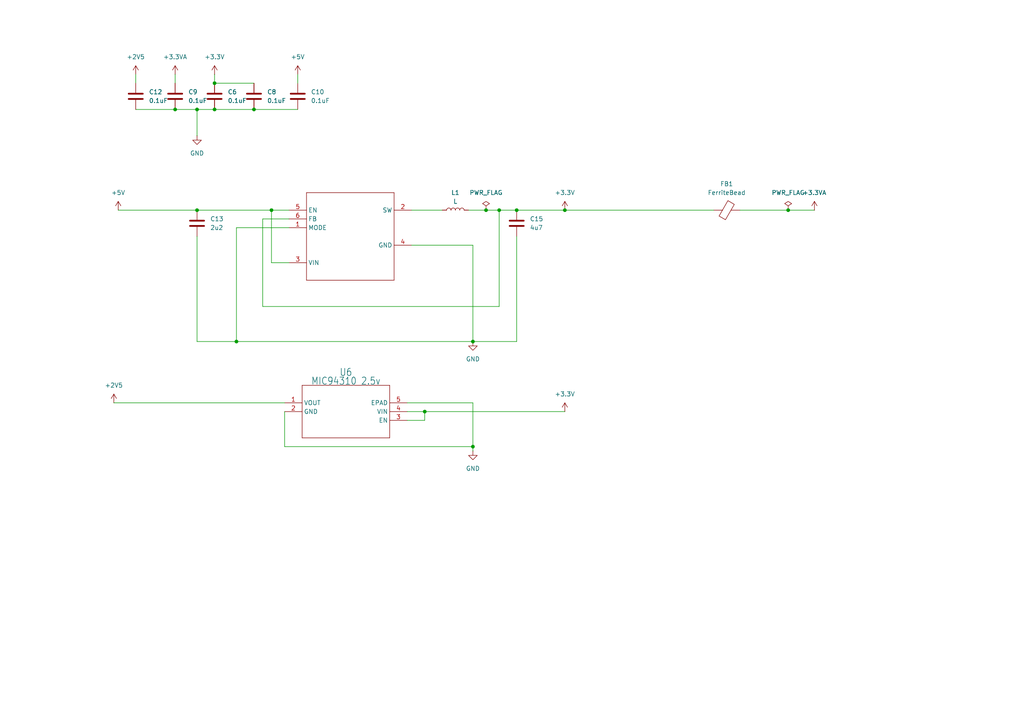
<source format=kicad_sch>
(kicad_sch
	(version 20250114)
	(generator "eeschema")
	(generator_version "9.0")
	(uuid "019be46e-a76b-4c7a-91f6-ecde0b6b9432")
	(paper "A4")
	(lib_symbols
		(symbol "Device:C"
			(pin_numbers
				(hide yes)
			)
			(pin_names
				(offset 0.254)
			)
			(exclude_from_sim no)
			(in_bom yes)
			(on_board yes)
			(property "Reference" "C"
				(at 0.635 2.54 0)
				(effects
					(font
						(size 1.27 1.27)
					)
					(justify left)
				)
			)
			(property "Value" "C"
				(at 0.635 -2.54 0)
				(effects
					(font
						(size 1.27 1.27)
					)
					(justify left)
				)
			)
			(property "Footprint" ""
				(at 0.9652 -3.81 0)
				(effects
					(font
						(size 1.27 1.27)
					)
					(hide yes)
				)
			)
			(property "Datasheet" "~"
				(at 0 0 0)
				(effects
					(font
						(size 1.27 1.27)
					)
					(hide yes)
				)
			)
			(property "Description" "Unpolarized capacitor"
				(at 0 0 0)
				(effects
					(font
						(size 1.27 1.27)
					)
					(hide yes)
				)
			)
			(property "ki_keywords" "cap capacitor"
				(at 0 0 0)
				(effects
					(font
						(size 1.27 1.27)
					)
					(hide yes)
				)
			)
			(property "ki_fp_filters" "C_*"
				(at 0 0 0)
				(effects
					(font
						(size 1.27 1.27)
					)
					(hide yes)
				)
			)
			(symbol "C_0_1"
				(polyline
					(pts
						(xy -2.032 0.762) (xy 2.032 0.762)
					)
					(stroke
						(width 0.508)
						(type default)
					)
					(fill
						(type none)
					)
				)
				(polyline
					(pts
						(xy -2.032 -0.762) (xy 2.032 -0.762)
					)
					(stroke
						(width 0.508)
						(type default)
					)
					(fill
						(type none)
					)
				)
			)
			(symbol "C_1_1"
				(pin passive line
					(at 0 3.81 270)
					(length 2.794)
					(name "~"
						(effects
							(font
								(size 1.27 1.27)
							)
						)
					)
					(number "1"
						(effects
							(font
								(size 1.27 1.27)
							)
						)
					)
				)
				(pin passive line
					(at 0 -3.81 90)
					(length 2.794)
					(name "~"
						(effects
							(font
								(size 1.27 1.27)
							)
						)
					)
					(number "2"
						(effects
							(font
								(size 1.27 1.27)
							)
						)
					)
				)
			)
			(embedded_fonts no)
		)
		(symbol "Device:FerriteBead"
			(pin_numbers
				(hide yes)
			)
			(pin_names
				(offset 0)
			)
			(exclude_from_sim no)
			(in_bom yes)
			(on_board yes)
			(property "Reference" "FB"
				(at -3.81 0.635 90)
				(effects
					(font
						(size 1.27 1.27)
					)
				)
			)
			(property "Value" "FerriteBead"
				(at 3.81 0 90)
				(effects
					(font
						(size 1.27 1.27)
					)
				)
			)
			(property "Footprint" ""
				(at -1.778 0 90)
				(effects
					(font
						(size 1.27 1.27)
					)
					(hide yes)
				)
			)
			(property "Datasheet" "~"
				(at 0 0 0)
				(effects
					(font
						(size 1.27 1.27)
					)
					(hide yes)
				)
			)
			(property "Description" "Ferrite bead"
				(at 0 0 0)
				(effects
					(font
						(size 1.27 1.27)
					)
					(hide yes)
				)
			)
			(property "ki_keywords" "L ferrite bead inductor filter"
				(at 0 0 0)
				(effects
					(font
						(size 1.27 1.27)
					)
					(hide yes)
				)
			)
			(property "ki_fp_filters" "Inductor_* L_* *Ferrite*"
				(at 0 0 0)
				(effects
					(font
						(size 1.27 1.27)
					)
					(hide yes)
				)
			)
			(symbol "FerriteBead_0_1"
				(polyline
					(pts
						(xy -2.7686 0.4064) (xy -1.7018 2.2606) (xy 2.7686 -0.3048) (xy 1.6764 -2.159) (xy -2.7686 0.4064)
					)
					(stroke
						(width 0)
						(type default)
					)
					(fill
						(type none)
					)
				)
				(polyline
					(pts
						(xy 0 1.27) (xy 0 1.2954)
					)
					(stroke
						(width 0)
						(type default)
					)
					(fill
						(type none)
					)
				)
				(polyline
					(pts
						(xy 0 -1.27) (xy 0 -1.2192)
					)
					(stroke
						(width 0)
						(type default)
					)
					(fill
						(type none)
					)
				)
			)
			(symbol "FerriteBead_1_1"
				(pin passive line
					(at 0 3.81 270)
					(length 2.54)
					(name "~"
						(effects
							(font
								(size 1.27 1.27)
							)
						)
					)
					(number "1"
						(effects
							(font
								(size 1.27 1.27)
							)
						)
					)
				)
				(pin passive line
					(at 0 -3.81 90)
					(length 2.54)
					(name "~"
						(effects
							(font
								(size 1.27 1.27)
							)
						)
					)
					(number "2"
						(effects
							(font
								(size 1.27 1.27)
							)
						)
					)
				)
			)
			(embedded_fonts no)
		)
		(symbol "Device:L"
			(pin_numbers
				(hide yes)
			)
			(pin_names
				(offset 1.016)
				(hide yes)
			)
			(exclude_from_sim no)
			(in_bom yes)
			(on_board yes)
			(property "Reference" "L"
				(at -1.27 0 90)
				(effects
					(font
						(size 1.27 1.27)
					)
				)
			)
			(property "Value" "L"
				(at 1.905 0 90)
				(effects
					(font
						(size 1.27 1.27)
					)
				)
			)
			(property "Footprint" ""
				(at 0 0 0)
				(effects
					(font
						(size 1.27 1.27)
					)
					(hide yes)
				)
			)
			(property "Datasheet" "~"
				(at 0 0 0)
				(effects
					(font
						(size 1.27 1.27)
					)
					(hide yes)
				)
			)
			(property "Description" "Inductor"
				(at 0 0 0)
				(effects
					(font
						(size 1.27 1.27)
					)
					(hide yes)
				)
			)
			(property "ki_keywords" "inductor choke coil reactor magnetic"
				(at 0 0 0)
				(effects
					(font
						(size 1.27 1.27)
					)
					(hide yes)
				)
			)
			(property "ki_fp_filters" "Choke_* *Coil* Inductor_* L_*"
				(at 0 0 0)
				(effects
					(font
						(size 1.27 1.27)
					)
					(hide yes)
				)
			)
			(symbol "L_0_1"
				(arc
					(start 0 2.54)
					(mid 0.6323 1.905)
					(end 0 1.27)
					(stroke
						(width 0)
						(type default)
					)
					(fill
						(type none)
					)
				)
				(arc
					(start 0 1.27)
					(mid 0.6323 0.635)
					(end 0 0)
					(stroke
						(width 0)
						(type default)
					)
					(fill
						(type none)
					)
				)
				(arc
					(start 0 0)
					(mid 0.6323 -0.635)
					(end 0 -1.27)
					(stroke
						(width 0)
						(type default)
					)
					(fill
						(type none)
					)
				)
				(arc
					(start 0 -1.27)
					(mid 0.6323 -1.905)
					(end 0 -2.54)
					(stroke
						(width 0)
						(type default)
					)
					(fill
						(type none)
					)
				)
			)
			(symbol "L_1_1"
				(pin passive line
					(at 0 3.81 270)
					(length 1.27)
					(name "1"
						(effects
							(font
								(size 1.27 1.27)
							)
						)
					)
					(number "1"
						(effects
							(font
								(size 1.27 1.27)
							)
						)
					)
				)
				(pin passive line
					(at 0 -3.81 90)
					(length 1.27)
					(name "2"
						(effects
							(font
								(size 1.27 1.27)
							)
						)
					)
					(number "2"
						(effects
							(font
								(size 1.27 1.27)
							)
						)
					)
				)
			)
			(embedded_fonts no)
		)
		(symbol "max10u169:MIC94310-JYMT-TR"
			(exclude_from_sim no)
			(in_bom yes)
			(on_board yes)
			(property "Reference" "U"
				(at 15.5956 9.1186 0)
				(effects
					(font
						(size 2.0828 1.7703)
					)
					(justify left bottom)
				)
			)
			(property "Value" ""
				(at 14.9606 6.5786 0)
				(effects
					(font
						(size 2.0828 1.7703)
					)
					(justify left bottom)
				)
			)
			(property "Footprint" "max10:TDFN4_1P2X1P6_MCH"
				(at 0 0 0)
				(effects
					(font
						(size 1.27 1.27)
					)
					(hide yes)
				)
			)
			(property "Datasheet" ""
				(at 0 0 0)
				(effects
					(font
						(size 1.27 1.27)
					)
					(hide yes)
				)
			)
			(property "Description" ""
				(at 0 0 0)
				(effects
					(font
						(size 1.27 1.27)
					)
					(hide yes)
				)
			)
			(property "ki_locked" ""
				(at 0 0 0)
				(effects
					(font
						(size 1.27 1.27)
					)
				)
			)
			(symbol "MIC94310-JYMT-TR_1_0"
				(polyline
					(pts
						(xy 7.62 5.08) (xy 7.62 -10.16)
					)
					(stroke
						(width 0.1524)
						(type solid)
					)
					(fill
						(type none)
					)
				)
				(polyline
					(pts
						(xy 7.62 -10.16) (xy 33.02 -10.16)
					)
					(stroke
						(width 0.1524)
						(type solid)
					)
					(fill
						(type none)
					)
				)
				(polyline
					(pts
						(xy 33.02 5.08) (xy 7.62 5.08)
					)
					(stroke
						(width 0.1524)
						(type solid)
					)
					(fill
						(type none)
					)
				)
				(polyline
					(pts
						(xy 33.02 -10.16) (xy 33.02 5.08)
					)
					(stroke
						(width 0.1524)
						(type solid)
					)
					(fill
						(type none)
					)
				)
				(pin output line
					(at 2.54 0 0)
					(length 5.08)
					(name "VOUT"
						(effects
							(font
								(size 1.27 1.27)
							)
						)
					)
					(number "1"
						(effects
							(font
								(size 1.27 1.27)
							)
						)
					)
				)
				(pin power_in line
					(at 2.54 -2.54 0)
					(length 5.08)
					(name "GND"
						(effects
							(font
								(size 1.27 1.27)
							)
						)
					)
					(number "2"
						(effects
							(font
								(size 1.27 1.27)
							)
						)
					)
				)
				(pin passive line
					(at 38.1 0 180)
					(length 5.08)
					(name "EPAD"
						(effects
							(font
								(size 1.27 1.27)
							)
						)
					)
					(number "5"
						(effects
							(font
								(size 1.27 1.27)
							)
						)
					)
				)
				(pin input line
					(at 38.1 -2.54 180)
					(length 5.08)
					(name "VIN"
						(effects
							(font
								(size 1.27 1.27)
							)
						)
					)
					(number "4"
						(effects
							(font
								(size 1.27 1.27)
							)
						)
					)
				)
				(pin input line
					(at 38.1 -5.08 180)
					(length 5.08)
					(name "EN"
						(effects
							(font
								(size 1.27 1.27)
							)
						)
					)
					(number "3"
						(effects
							(font
								(size 1.27 1.27)
							)
						)
					)
				)
			)
			(embedded_fonts no)
		)
		(symbol "max10u169:TPS62237DRYR"
			(exclude_from_sim no)
			(in_bom yes)
			(on_board yes)
			(property "Reference" "U"
				(at 15.5956 9.1186 0)
				(effects
					(font
						(size 2.0828 1.7703)
					)
					(justify left bottom)
					(hide yes)
				)
			)
			(property "Value" ""
				(at 14.9606 6.5786 0)
				(effects
					(font
						(size 2.0828 1.7703)
					)
					(justify left bottom)
					(hide yes)
				)
			)
			(property "Footprint" "max10:DRY6"
				(at 0 0 0)
				(effects
					(font
						(size 1.27 1.27)
					)
					(hide yes)
				)
			)
			(property "Datasheet" ""
				(at 0 0 0)
				(effects
					(font
						(size 1.27 1.27)
					)
					(hide yes)
				)
			)
			(property "Description" ""
				(at 0 0 0)
				(effects
					(font
						(size 1.27 1.27)
					)
					(hide yes)
				)
			)
			(property "ki_locked" ""
				(at 0 0 0)
				(effects
					(font
						(size 1.27 1.27)
					)
				)
			)
			(symbol "TPS62237DRYR_1_0"
				(polyline
					(pts
						(xy 7.62 5.08) (xy 7.62 -20.32)
					)
					(stroke
						(width 0.1524)
						(type solid)
					)
					(fill
						(type none)
					)
				)
				(polyline
					(pts
						(xy 7.62 -20.32) (xy 33.02 -20.32)
					)
					(stroke
						(width 0.1524)
						(type solid)
					)
					(fill
						(type none)
					)
				)
				(polyline
					(pts
						(xy 33.02 5.08) (xy 7.62 5.08)
					)
					(stroke
						(width 0.1524)
						(type solid)
					)
					(fill
						(type none)
					)
				)
				(polyline
					(pts
						(xy 33.02 -20.32) (xy 33.02 5.08)
					)
					(stroke
						(width 0.1524)
						(type solid)
					)
					(fill
						(type none)
					)
				)
				(pin input line
					(at 2.54 0 0)
					(length 5.08)
					(name "EN"
						(effects
							(font
								(size 1.27 1.27)
							)
						)
					)
					(number "5"
						(effects
							(font
								(size 1.27 1.27)
							)
						)
					)
				)
				(pin input line
					(at 2.54 -2.54 0)
					(length 5.08)
					(name "FB"
						(effects
							(font
								(size 1.27 1.27)
							)
						)
					)
					(number "6"
						(effects
							(font
								(size 1.27 1.27)
							)
						)
					)
				)
				(pin input line
					(at 2.54 -5.08 0)
					(length 5.08)
					(name "MODE"
						(effects
							(font
								(size 1.27 1.27)
							)
						)
					)
					(number "1"
						(effects
							(font
								(size 1.27 1.27)
							)
						)
					)
				)
				(pin power_in line
					(at 2.54 -15.24 0)
					(length 5.08)
					(name "VIN"
						(effects
							(font
								(size 1.27 1.27)
							)
						)
					)
					(number "3"
						(effects
							(font
								(size 1.27 1.27)
							)
						)
					)
				)
				(pin output line
					(at 38.1 0 180)
					(length 5.08)
					(name "SW"
						(effects
							(font
								(size 1.27 1.27)
							)
						)
					)
					(number "2"
						(effects
							(font
								(size 1.27 1.27)
							)
						)
					)
				)
				(pin power_in line
					(at 38.1 -10.16 180)
					(length 5.08)
					(name "GND"
						(effects
							(font
								(size 1.27 1.27)
							)
						)
					)
					(number "4"
						(effects
							(font
								(size 1.27 1.27)
							)
						)
					)
				)
			)
			(embedded_fonts no)
		)
		(symbol "power:+2V5"
			(power)
			(pin_numbers
				(hide yes)
			)
			(pin_names
				(offset 0)
				(hide yes)
			)
			(exclude_from_sim no)
			(in_bom yes)
			(on_board yes)
			(property "Reference" "#PWR"
				(at 0 -3.81 0)
				(effects
					(font
						(size 1.27 1.27)
					)
					(hide yes)
				)
			)
			(property "Value" "+2V5"
				(at 0 3.556 0)
				(effects
					(font
						(size 1.27 1.27)
					)
				)
			)
			(property "Footprint" ""
				(at 0 0 0)
				(effects
					(font
						(size 1.27 1.27)
					)
					(hide yes)
				)
			)
			(property "Datasheet" ""
				(at 0 0 0)
				(effects
					(font
						(size 1.27 1.27)
					)
					(hide yes)
				)
			)
			(property "Description" "Power symbol creates a global label with name \"+2V5\""
				(at 0 0 0)
				(effects
					(font
						(size 1.27 1.27)
					)
					(hide yes)
				)
			)
			(property "ki_keywords" "global power"
				(at 0 0 0)
				(effects
					(font
						(size 1.27 1.27)
					)
					(hide yes)
				)
			)
			(symbol "+2V5_0_1"
				(polyline
					(pts
						(xy -0.762 1.27) (xy 0 2.54)
					)
					(stroke
						(width 0)
						(type default)
					)
					(fill
						(type none)
					)
				)
				(polyline
					(pts
						(xy 0 2.54) (xy 0.762 1.27)
					)
					(stroke
						(width 0)
						(type default)
					)
					(fill
						(type none)
					)
				)
				(polyline
					(pts
						(xy 0 0) (xy 0 2.54)
					)
					(stroke
						(width 0)
						(type default)
					)
					(fill
						(type none)
					)
				)
			)
			(symbol "+2V5_1_1"
				(pin power_in line
					(at 0 0 90)
					(length 0)
					(name "~"
						(effects
							(font
								(size 1.27 1.27)
							)
						)
					)
					(number "1"
						(effects
							(font
								(size 1.27 1.27)
							)
						)
					)
				)
			)
			(embedded_fonts no)
		)
		(symbol "power:+3.3V"
			(power)
			(pin_numbers
				(hide yes)
			)
			(pin_names
				(offset 0)
				(hide yes)
			)
			(exclude_from_sim no)
			(in_bom yes)
			(on_board yes)
			(property "Reference" "#PWR"
				(at 0 -3.81 0)
				(effects
					(font
						(size 1.27 1.27)
					)
					(hide yes)
				)
			)
			(property "Value" "+3.3V"
				(at 0 3.556 0)
				(effects
					(font
						(size 1.27 1.27)
					)
				)
			)
			(property "Footprint" ""
				(at 0 0 0)
				(effects
					(font
						(size 1.27 1.27)
					)
					(hide yes)
				)
			)
			(property "Datasheet" ""
				(at 0 0 0)
				(effects
					(font
						(size 1.27 1.27)
					)
					(hide yes)
				)
			)
			(property "Description" "Power symbol creates a global label with name \"+3.3V\""
				(at 0 0 0)
				(effects
					(font
						(size 1.27 1.27)
					)
					(hide yes)
				)
			)
			(property "ki_keywords" "global power"
				(at 0 0 0)
				(effects
					(font
						(size 1.27 1.27)
					)
					(hide yes)
				)
			)
			(symbol "+3.3V_0_1"
				(polyline
					(pts
						(xy -0.762 1.27) (xy 0 2.54)
					)
					(stroke
						(width 0)
						(type default)
					)
					(fill
						(type none)
					)
				)
				(polyline
					(pts
						(xy 0 2.54) (xy 0.762 1.27)
					)
					(stroke
						(width 0)
						(type default)
					)
					(fill
						(type none)
					)
				)
				(polyline
					(pts
						(xy 0 0) (xy 0 2.54)
					)
					(stroke
						(width 0)
						(type default)
					)
					(fill
						(type none)
					)
				)
			)
			(symbol "+3.3V_1_1"
				(pin power_in line
					(at 0 0 90)
					(length 0)
					(name "~"
						(effects
							(font
								(size 1.27 1.27)
							)
						)
					)
					(number "1"
						(effects
							(font
								(size 1.27 1.27)
							)
						)
					)
				)
			)
			(embedded_fonts no)
		)
		(symbol "power:+3.3VA"
			(power)
			(pin_numbers
				(hide yes)
			)
			(pin_names
				(offset 0)
				(hide yes)
			)
			(exclude_from_sim no)
			(in_bom yes)
			(on_board yes)
			(property "Reference" "#PWR"
				(at 0 -3.81 0)
				(effects
					(font
						(size 1.27 1.27)
					)
					(hide yes)
				)
			)
			(property "Value" "+3.3VA"
				(at 0 3.556 0)
				(effects
					(font
						(size 1.27 1.27)
					)
				)
			)
			(property "Footprint" ""
				(at 0 0 0)
				(effects
					(font
						(size 1.27 1.27)
					)
					(hide yes)
				)
			)
			(property "Datasheet" ""
				(at 0 0 0)
				(effects
					(font
						(size 1.27 1.27)
					)
					(hide yes)
				)
			)
			(property "Description" "Power symbol creates a global label with name \"+3.3VA\""
				(at 0 0 0)
				(effects
					(font
						(size 1.27 1.27)
					)
					(hide yes)
				)
			)
			(property "ki_keywords" "global power"
				(at 0 0 0)
				(effects
					(font
						(size 1.27 1.27)
					)
					(hide yes)
				)
			)
			(symbol "+3.3VA_0_1"
				(polyline
					(pts
						(xy -0.762 1.27) (xy 0 2.54)
					)
					(stroke
						(width 0)
						(type default)
					)
					(fill
						(type none)
					)
				)
				(polyline
					(pts
						(xy 0 2.54) (xy 0.762 1.27)
					)
					(stroke
						(width 0)
						(type default)
					)
					(fill
						(type none)
					)
				)
				(polyline
					(pts
						(xy 0 0) (xy 0 2.54)
					)
					(stroke
						(width 0)
						(type default)
					)
					(fill
						(type none)
					)
				)
			)
			(symbol "+3.3VA_1_1"
				(pin power_in line
					(at 0 0 90)
					(length 0)
					(name "~"
						(effects
							(font
								(size 1.27 1.27)
							)
						)
					)
					(number "1"
						(effects
							(font
								(size 1.27 1.27)
							)
						)
					)
				)
			)
			(embedded_fonts no)
		)
		(symbol "power:+5V"
			(power)
			(pin_numbers
				(hide yes)
			)
			(pin_names
				(offset 0)
				(hide yes)
			)
			(exclude_from_sim no)
			(in_bom yes)
			(on_board yes)
			(property "Reference" "#PWR"
				(at 0 -3.81 0)
				(effects
					(font
						(size 1.27 1.27)
					)
					(hide yes)
				)
			)
			(property "Value" "+5V"
				(at 0 3.556 0)
				(effects
					(font
						(size 1.27 1.27)
					)
				)
			)
			(property "Footprint" ""
				(at 0 0 0)
				(effects
					(font
						(size 1.27 1.27)
					)
					(hide yes)
				)
			)
			(property "Datasheet" ""
				(at 0 0 0)
				(effects
					(font
						(size 1.27 1.27)
					)
					(hide yes)
				)
			)
			(property "Description" "Power symbol creates a global label with name \"+5V\""
				(at 0 0 0)
				(effects
					(font
						(size 1.27 1.27)
					)
					(hide yes)
				)
			)
			(property "ki_keywords" "global power"
				(at 0 0 0)
				(effects
					(font
						(size 1.27 1.27)
					)
					(hide yes)
				)
			)
			(symbol "+5V_0_1"
				(polyline
					(pts
						(xy -0.762 1.27) (xy 0 2.54)
					)
					(stroke
						(width 0)
						(type default)
					)
					(fill
						(type none)
					)
				)
				(polyline
					(pts
						(xy 0 2.54) (xy 0.762 1.27)
					)
					(stroke
						(width 0)
						(type default)
					)
					(fill
						(type none)
					)
				)
				(polyline
					(pts
						(xy 0 0) (xy 0 2.54)
					)
					(stroke
						(width 0)
						(type default)
					)
					(fill
						(type none)
					)
				)
			)
			(symbol "+5V_1_1"
				(pin power_in line
					(at 0 0 90)
					(length 0)
					(name "~"
						(effects
							(font
								(size 1.27 1.27)
							)
						)
					)
					(number "1"
						(effects
							(font
								(size 1.27 1.27)
							)
						)
					)
				)
			)
			(embedded_fonts no)
		)
		(symbol "power:GND"
			(power)
			(pin_numbers
				(hide yes)
			)
			(pin_names
				(offset 0)
				(hide yes)
			)
			(exclude_from_sim no)
			(in_bom yes)
			(on_board yes)
			(property "Reference" "#PWR"
				(at 0 -6.35 0)
				(effects
					(font
						(size 1.27 1.27)
					)
					(hide yes)
				)
			)
			(property "Value" "GND"
				(at 0 -3.81 0)
				(effects
					(font
						(size 1.27 1.27)
					)
				)
			)
			(property "Footprint" ""
				(at 0 0 0)
				(effects
					(font
						(size 1.27 1.27)
					)
					(hide yes)
				)
			)
			(property "Datasheet" ""
				(at 0 0 0)
				(effects
					(font
						(size 1.27 1.27)
					)
					(hide yes)
				)
			)
			(property "Description" "Power symbol creates a global label with name \"GND\" , ground"
				(at 0 0 0)
				(effects
					(font
						(size 1.27 1.27)
					)
					(hide yes)
				)
			)
			(property "ki_keywords" "global power"
				(at 0 0 0)
				(effects
					(font
						(size 1.27 1.27)
					)
					(hide yes)
				)
			)
			(symbol "GND_0_1"
				(polyline
					(pts
						(xy 0 0) (xy 0 -1.27) (xy 1.27 -1.27) (xy 0 -2.54) (xy -1.27 -1.27) (xy 0 -1.27)
					)
					(stroke
						(width 0)
						(type default)
					)
					(fill
						(type none)
					)
				)
			)
			(symbol "GND_1_1"
				(pin power_in line
					(at 0 0 270)
					(length 0)
					(name "~"
						(effects
							(font
								(size 1.27 1.27)
							)
						)
					)
					(number "1"
						(effects
							(font
								(size 1.27 1.27)
							)
						)
					)
				)
			)
			(embedded_fonts no)
		)
		(symbol "power:PWR_FLAG"
			(power)
			(pin_numbers
				(hide yes)
			)
			(pin_names
				(offset 0)
				(hide yes)
			)
			(exclude_from_sim no)
			(in_bom yes)
			(on_board yes)
			(property "Reference" "#FLG"
				(at 0 1.905 0)
				(effects
					(font
						(size 1.27 1.27)
					)
					(hide yes)
				)
			)
			(property "Value" "PWR_FLAG"
				(at 0 3.81 0)
				(effects
					(font
						(size 1.27 1.27)
					)
				)
			)
			(property "Footprint" ""
				(at 0 0 0)
				(effects
					(font
						(size 1.27 1.27)
					)
					(hide yes)
				)
			)
			(property "Datasheet" "~"
				(at 0 0 0)
				(effects
					(font
						(size 1.27 1.27)
					)
					(hide yes)
				)
			)
			(property "Description" "Special symbol for telling ERC where power comes from"
				(at 0 0 0)
				(effects
					(font
						(size 1.27 1.27)
					)
					(hide yes)
				)
			)
			(property "ki_keywords" "flag power"
				(at 0 0 0)
				(effects
					(font
						(size 1.27 1.27)
					)
					(hide yes)
				)
			)
			(symbol "PWR_FLAG_0_0"
				(pin power_out line
					(at 0 0 90)
					(length 0)
					(name "~"
						(effects
							(font
								(size 1.27 1.27)
							)
						)
					)
					(number "1"
						(effects
							(font
								(size 1.27 1.27)
							)
						)
					)
				)
			)
			(symbol "PWR_FLAG_0_1"
				(polyline
					(pts
						(xy 0 0) (xy 0 1.27) (xy -1.016 1.905) (xy 0 2.54) (xy 1.016 1.905) (xy 0 1.27)
					)
					(stroke
						(width 0)
						(type default)
					)
					(fill
						(type none)
					)
				)
			)
			(embedded_fonts no)
		)
	)
	(junction
		(at 57.15 60.96)
		(diameter 0)
		(color 0 0 0 0)
		(uuid "2a7ddd04-0a84-4708-bd23-0cf36583273a")
	)
	(junction
		(at 163.83 60.96)
		(diameter 0)
		(color 0 0 0 0)
		(uuid "3640a7e1-fe78-4f1e-b50c-0c3cb85e285a")
	)
	(junction
		(at 68.58 99.06)
		(diameter 0)
		(color 0 0 0 0)
		(uuid "3d14c0eb-b5ee-4116-ae23-ec4891a7de17")
	)
	(junction
		(at 50.8 31.75)
		(diameter 0)
		(color 0 0 0 0)
		(uuid "4225582a-4bb5-49c6-90bc-748fdad08466")
	)
	(junction
		(at 123.19 119.38)
		(diameter 0)
		(color 0 0 0 0)
		(uuid "50e30cc6-c511-425c-952e-64b47049a3eb")
	)
	(junction
		(at 57.15 31.75)
		(diameter 0)
		(color 0 0 0 0)
		(uuid "58a353cc-80d6-42ec-a0ca-b6ddfac31625")
	)
	(junction
		(at 149.86 60.96)
		(diameter 0)
		(color 0 0 0 0)
		(uuid "8c0b6e73-bcba-431c-a014-a3ce41252970")
	)
	(junction
		(at 140.97 60.96)
		(diameter 0)
		(color 0 0 0 0)
		(uuid "8ec6ed0d-b563-4dc7-b8d7-b1f00a56c205")
	)
	(junction
		(at 73.66 31.75)
		(diameter 0)
		(color 0 0 0 0)
		(uuid "a36cf86e-6559-4fe7-b1a7-11d5ad159ef0")
	)
	(junction
		(at 144.78 60.96)
		(diameter 0)
		(color 0 0 0 0)
		(uuid "b6eeb3c1-3a2f-4904-b999-63a75a310e59")
	)
	(junction
		(at 62.23 31.75)
		(diameter 0)
		(color 0 0 0 0)
		(uuid "b780313e-4a91-4357-a953-30004aefe78f")
	)
	(junction
		(at 137.16 129.54)
		(diameter 0)
		(color 0 0 0 0)
		(uuid "c9390a38-9d85-4d57-9d90-493cbd290c81")
	)
	(junction
		(at 137.16 99.06)
		(diameter 0)
		(color 0 0 0 0)
		(uuid "cb06dbd0-fc03-44c5-8bae-cd3232e17486")
	)
	(junction
		(at 228.6 60.96)
		(diameter 0)
		(color 0 0 0 0)
		(uuid "d6575f90-aa53-4483-b59d-cba5405fedeb")
	)
	(junction
		(at 78.74 60.96)
		(diameter 0)
		(color 0 0 0 0)
		(uuid "e35d946d-09c5-4a86-a2f2-0e0a095febea")
	)
	(junction
		(at 62.23 24.13)
		(diameter 0)
		(color 0 0 0 0)
		(uuid "fffd1880-6c30-4c76-a59c-b75ba13016de")
	)
	(wire
		(pts
			(xy 78.74 76.2) (xy 78.74 60.96)
		)
		(stroke
			(width 0)
			(type default)
		)
		(uuid "07c16a52-4a02-4901-a771-9383bcbcf6a9")
	)
	(wire
		(pts
			(xy 137.16 99.06) (xy 137.16 71.12)
		)
		(stroke
			(width 0)
			(type default)
		)
		(uuid "09535ef4-78cb-4ea2-8a03-c3d72b040d46")
	)
	(wire
		(pts
			(xy 62.23 24.13) (xy 73.66 24.13)
		)
		(stroke
			(width 0)
			(type default)
		)
		(uuid "0da3f39e-5f91-48b5-8e52-2f004c6a891e")
	)
	(wire
		(pts
			(xy 50.8 31.75) (xy 57.15 31.75)
		)
		(stroke
			(width 0)
			(type default)
		)
		(uuid "105ae602-eb26-4529-b37d-8e6c0aa70e07")
	)
	(wire
		(pts
			(xy 140.97 60.96) (xy 144.78 60.96)
		)
		(stroke
			(width 0)
			(type default)
		)
		(uuid "106f5026-3d19-4227-af5a-d2598ed40354")
	)
	(wire
		(pts
			(xy 123.19 119.38) (xy 163.83 119.38)
		)
		(stroke
			(width 0)
			(type default)
		)
		(uuid "13329928-2d08-4932-b91f-66463417ef9f")
	)
	(wire
		(pts
			(xy 76.2 63.5) (xy 83.82 63.5)
		)
		(stroke
			(width 0)
			(type default)
		)
		(uuid "1450eb5b-0167-416a-bd05-229b8a05fda2")
	)
	(wire
		(pts
			(xy 68.58 66.04) (xy 68.58 99.06)
		)
		(stroke
			(width 0)
			(type default)
		)
		(uuid "1492b977-469a-444f-9485-c55932bf411b")
	)
	(wire
		(pts
			(xy 57.15 68.58) (xy 57.15 99.06)
		)
		(stroke
			(width 0)
			(type default)
		)
		(uuid "17389a8b-7e0c-47db-a647-cf0bf121005d")
	)
	(wire
		(pts
			(xy 83.82 66.04) (xy 68.58 66.04)
		)
		(stroke
			(width 0)
			(type default)
		)
		(uuid "1dd7b343-caf1-40f2-9445-d135d4083b7d")
	)
	(wire
		(pts
			(xy 137.16 129.54) (xy 137.16 130.81)
		)
		(stroke
			(width 0)
			(type default)
		)
		(uuid "233efd61-f59f-4fcd-b95d-b4adbd51d69a")
	)
	(wire
		(pts
			(xy 62.23 31.75) (xy 73.66 31.75)
		)
		(stroke
			(width 0)
			(type default)
		)
		(uuid "2ace62d9-1c48-4821-bd48-abd1f0579a84")
	)
	(wire
		(pts
			(xy 135.89 60.96) (xy 140.97 60.96)
		)
		(stroke
			(width 0)
			(type default)
		)
		(uuid "46e89393-dac3-4cd7-aef1-5c6b6d04f84f")
	)
	(wire
		(pts
			(xy 83.82 76.2) (xy 78.74 76.2)
		)
		(stroke
			(width 0)
			(type default)
		)
		(uuid "4bfaef87-906b-41bb-84f3-66ab5698c2fa")
	)
	(wire
		(pts
			(xy 118.11 121.92) (xy 123.19 121.92)
		)
		(stroke
			(width 0)
			(type default)
		)
		(uuid "4de34d8b-bdd0-466f-a044-ea3614e0149c")
	)
	(wire
		(pts
			(xy 119.38 60.96) (xy 128.27 60.96)
		)
		(stroke
			(width 0)
			(type default)
		)
		(uuid "544cb2a2-6288-4ef9-afbb-1e8e6946f827")
	)
	(wire
		(pts
			(xy 118.11 119.38) (xy 123.19 119.38)
		)
		(stroke
			(width 0)
			(type default)
		)
		(uuid "56d40f98-0cf4-44b1-91b2-6a199aa6a9ad")
	)
	(wire
		(pts
			(xy 118.11 116.84) (xy 137.16 116.84)
		)
		(stroke
			(width 0)
			(type default)
		)
		(uuid "5a91f214-7a5d-43c9-86d5-83eb7c008665")
	)
	(wire
		(pts
			(xy 149.86 60.96) (xy 163.83 60.96)
		)
		(stroke
			(width 0)
			(type default)
		)
		(uuid "60f33b2f-15be-4d12-9077-4a2eb3d5e5a8")
	)
	(wire
		(pts
			(xy 50.8 21.59) (xy 50.8 24.13)
		)
		(stroke
			(width 0)
			(type default)
		)
		(uuid "6454dc45-35d0-4a37-9729-c657132f50f4")
	)
	(wire
		(pts
			(xy 149.86 99.06) (xy 137.16 99.06)
		)
		(stroke
			(width 0)
			(type default)
		)
		(uuid "76cf0c87-7407-4540-b0f9-3158e9e691c0")
	)
	(wire
		(pts
			(xy 214.63 60.96) (xy 228.6 60.96)
		)
		(stroke
			(width 0)
			(type default)
		)
		(uuid "7942fde7-d2c2-4265-900e-ee016e9f5d32")
	)
	(wire
		(pts
			(xy 78.74 60.96) (xy 83.82 60.96)
		)
		(stroke
			(width 0)
			(type default)
		)
		(uuid "7bc8bcdc-ae9a-40dd-a432-e6a5adff55df")
	)
	(wire
		(pts
			(xy 34.29 60.96) (xy 57.15 60.96)
		)
		(stroke
			(width 0)
			(type default)
		)
		(uuid "7be33026-37ff-4a95-8a43-c0d8cd48463e")
	)
	(wire
		(pts
			(xy 39.37 31.75) (xy 50.8 31.75)
		)
		(stroke
			(width 0)
			(type default)
		)
		(uuid "80683706-1740-41db-8c69-64eca26bebdb")
	)
	(wire
		(pts
			(xy 82.55 129.54) (xy 137.16 129.54)
		)
		(stroke
			(width 0)
			(type default)
		)
		(uuid "809241c3-36ff-4513-bcd6-00c83c2952d3")
	)
	(wire
		(pts
			(xy 123.19 121.92) (xy 123.19 119.38)
		)
		(stroke
			(width 0)
			(type default)
		)
		(uuid "96b75933-2b4c-411b-906a-54e3bb0b2190")
	)
	(wire
		(pts
			(xy 149.86 68.58) (xy 149.86 99.06)
		)
		(stroke
			(width 0)
			(type default)
		)
		(uuid "9fb2bc1e-c55c-428d-b593-16e189450014")
	)
	(wire
		(pts
			(xy 57.15 31.75) (xy 62.23 31.75)
		)
		(stroke
			(width 0)
			(type default)
		)
		(uuid "a2c0e907-4b71-4215-9009-3ffcf3a42308")
	)
	(wire
		(pts
			(xy 33.02 116.84) (xy 82.55 116.84)
		)
		(stroke
			(width 0)
			(type default)
		)
		(uuid "aec7c70d-9b23-44bb-a4ce-1821b6a154ca")
	)
	(wire
		(pts
			(xy 144.78 60.96) (xy 149.86 60.96)
		)
		(stroke
			(width 0)
			(type default)
		)
		(uuid "b969df0c-a0b8-410a-a106-f32afd391c06")
	)
	(wire
		(pts
			(xy 62.23 21.59) (xy 62.23 24.13)
		)
		(stroke
			(width 0)
			(type default)
		)
		(uuid "c0b015d8-a8c4-45a5-a65d-f125d7d14f8c")
	)
	(wire
		(pts
			(xy 39.37 21.59) (xy 39.37 24.13)
		)
		(stroke
			(width 0)
			(type default)
		)
		(uuid "c508f181-f1b3-4731-b0a6-f085267b3763")
	)
	(wire
		(pts
			(xy 144.78 88.9) (xy 76.2 88.9)
		)
		(stroke
			(width 0)
			(type default)
		)
		(uuid "c6ca253e-f8fa-4844-a019-804919ce6c15")
	)
	(wire
		(pts
			(xy 76.2 88.9) (xy 76.2 63.5)
		)
		(stroke
			(width 0)
			(type default)
		)
		(uuid "c95afafe-c0f3-421f-a273-29d0e84046bd")
	)
	(wire
		(pts
			(xy 82.55 119.38) (xy 82.55 129.54)
		)
		(stroke
			(width 0)
			(type default)
		)
		(uuid "d08ddb2b-e106-4555-98e7-457b67a6a6ab")
	)
	(wire
		(pts
			(xy 68.58 99.06) (xy 137.16 99.06)
		)
		(stroke
			(width 0)
			(type default)
		)
		(uuid "d1e92328-e50e-4bc3-91d5-e6602f8616d0")
	)
	(wire
		(pts
			(xy 137.16 116.84) (xy 137.16 129.54)
		)
		(stroke
			(width 0)
			(type default)
		)
		(uuid "d1ec0c10-2dab-4d84-9ef7-8a50b34acc89")
	)
	(wire
		(pts
			(xy 228.6 60.96) (xy 236.22 60.96)
		)
		(stroke
			(width 0)
			(type default)
		)
		(uuid "d36a4d6d-0949-41bf-b2f2-3fc2a8d8a44a")
	)
	(wire
		(pts
			(xy 163.83 60.96) (xy 207.01 60.96)
		)
		(stroke
			(width 0)
			(type default)
		)
		(uuid "d8c320c2-924e-49e8-90a7-14a503d2937c")
	)
	(wire
		(pts
			(xy 144.78 60.96) (xy 144.78 88.9)
		)
		(stroke
			(width 0)
			(type default)
		)
		(uuid "e2869e26-92e8-40a6-b0cc-f91ea6bb6619")
	)
	(wire
		(pts
			(xy 57.15 99.06) (xy 68.58 99.06)
		)
		(stroke
			(width 0)
			(type default)
		)
		(uuid "e4b90f9b-58cc-4f9d-8289-53e208e46739")
	)
	(wire
		(pts
			(xy 86.36 21.59) (xy 86.36 24.13)
		)
		(stroke
			(width 0)
			(type default)
		)
		(uuid "f556d5e1-168f-4e5c-8ab2-1eadd8d40eae")
	)
	(wire
		(pts
			(xy 57.15 31.75) (xy 57.15 39.37)
		)
		(stroke
			(width 0)
			(type default)
		)
		(uuid "f9c47f6a-4c0a-4c63-bbb1-e8592144f551")
	)
	(wire
		(pts
			(xy 57.15 60.96) (xy 78.74 60.96)
		)
		(stroke
			(width 0)
			(type default)
		)
		(uuid "fa6c0d6d-6ce2-44df-9543-c9295f202018")
	)
	(wire
		(pts
			(xy 73.66 31.75) (xy 86.36 31.75)
		)
		(stroke
			(width 0)
			(type default)
		)
		(uuid "fbdd6232-cb35-48f6-af14-e89d5469abb9")
	)
	(wire
		(pts
			(xy 137.16 71.12) (xy 119.38 71.12)
		)
		(stroke
			(width 0)
			(type default)
		)
		(uuid "fcb35a11-b8c9-445f-8658-d5fb0689b4f7")
	)
	(symbol
		(lib_id "power:GND")
		(at 57.15 39.37 0)
		(unit 1)
		(exclude_from_sim no)
		(in_bom yes)
		(on_board yes)
		(dnp no)
		(fields_autoplaced yes)
		(uuid "016dada2-f2ee-4c17-a9b1-6a3cd48d09d4")
		(property "Reference" "#PWR031"
			(at 57.15 45.72 0)
			(effects
				(font
					(size 1.27 1.27)
				)
				(hide yes)
			)
		)
		(property "Value" "GND"
			(at 57.15 44.45 0)
			(effects
				(font
					(size 1.27 1.27)
				)
			)
		)
		(property "Footprint" ""
			(at 57.15 39.37 0)
			(effects
				(font
					(size 1.27 1.27)
				)
				(hide yes)
			)
		)
		(property "Datasheet" ""
			(at 57.15 39.37 0)
			(effects
				(font
					(size 1.27 1.27)
				)
				(hide yes)
			)
		)
		(property "Description" "Power symbol creates a global label with name \"GND\" , ground"
			(at 57.15 39.37 0)
			(effects
				(font
					(size 1.27 1.27)
				)
				(hide yes)
			)
		)
		(pin "1"
			(uuid "7a575716-d191-40a9-8038-82329efbbf06")
		)
		(instances
			(project ""
				(path "/f8f92944-710a-49a0-a698-f840e5f20e15/b3c63cf3-5aec-4ac7-b511-941f39b58d95"
					(reference "#PWR031")
					(unit 1)
				)
			)
		)
	)
	(symbol
		(lib_id "power:+3.3V")
		(at 163.83 119.38 0)
		(unit 1)
		(exclude_from_sim no)
		(in_bom yes)
		(on_board yes)
		(dnp no)
		(fields_autoplaced yes)
		(uuid "05cbf68e-b284-49c2-b4e6-e435fe0fa6a9")
		(property "Reference" "#PWR024"
			(at 163.83 123.19 0)
			(effects
				(font
					(size 1.27 1.27)
				)
				(hide yes)
			)
		)
		(property "Value" "+3.3V"
			(at 163.83 114.3 0)
			(effects
				(font
					(size 1.27 1.27)
				)
			)
		)
		(property "Footprint" ""
			(at 163.83 119.38 0)
			(effects
				(font
					(size 1.27 1.27)
				)
				(hide yes)
			)
		)
		(property "Datasheet" ""
			(at 163.83 119.38 0)
			(effects
				(font
					(size 1.27 1.27)
				)
				(hide yes)
			)
		)
		(property "Description" "Power symbol creates a global label with name \"+3.3V\""
			(at 163.83 119.38 0)
			(effects
				(font
					(size 1.27 1.27)
				)
				(hide yes)
			)
		)
		(pin "1"
			(uuid "1a5aabdb-2ff5-4bb6-8ae6-6fd04e918495")
		)
		(instances
			(project ""
				(path "/f8f92944-710a-49a0-a698-f840e5f20e15/b3c63cf3-5aec-4ac7-b511-941f39b58d95"
					(reference "#PWR024")
					(unit 1)
				)
			)
		)
	)
	(symbol
		(lib_id "Device:C")
		(at 50.8 27.94 0)
		(unit 1)
		(exclude_from_sim no)
		(in_bom yes)
		(on_board yes)
		(dnp no)
		(fields_autoplaced yes)
		(uuid "0b9a6aa1-6f7f-4078-87a9-23f2f372c11e")
		(property "Reference" "C9"
			(at 54.61 26.6699 0)
			(effects
				(font
					(size 1.27 1.27)
				)
				(justify left)
			)
		)
		(property "Value" "0.1uF"
			(at 54.61 29.2099 0)
			(effects
				(font
					(size 1.27 1.27)
				)
				(justify left)
			)
		)
		(property "Footprint" "Capacitor_SMD:C_0603_1608Metric"
			(at 51.7652 31.75 0)
			(effects
				(font
					(size 1.27 1.27)
				)
				(hide yes)
			)
		)
		(property "Datasheet" "~"
			(at 50.8 27.94 0)
			(effects
				(font
					(size 1.27 1.27)
				)
				(hide yes)
			)
		)
		(property "Description" "Unpolarized capacitor"
			(at 50.8 27.94 0)
			(effects
				(font
					(size 1.27 1.27)
				)
				(hide yes)
			)
		)
		(pin "1"
			(uuid "31be9d4d-633e-4790-ab3c-77f032fbcb7a")
		)
		(pin "2"
			(uuid "c73b5f58-583a-41dd-984c-8ccf975140b0")
		)
		(instances
			(project "pokeymax4b"
				(path "/f8f92944-710a-49a0-a698-f840e5f20e15/b3c63cf3-5aec-4ac7-b511-941f39b58d95"
					(reference "C9")
					(unit 1)
				)
			)
		)
	)
	(symbol
		(lib_id "Device:C")
		(at 86.36 27.94 0)
		(unit 1)
		(exclude_from_sim no)
		(in_bom yes)
		(on_board yes)
		(dnp no)
		(fields_autoplaced yes)
		(uuid "12bce3fe-6455-49f6-a341-cebda2e2e377")
		(property "Reference" "C10"
			(at 90.17 26.6699 0)
			(effects
				(font
					(size 1.27 1.27)
				)
				(justify left)
			)
		)
		(property "Value" "0.1uF"
			(at 90.17 29.2099 0)
			(effects
				(font
					(size 1.27 1.27)
				)
				(justify left)
			)
		)
		(property "Footprint" "Capacitor_SMD:C_0603_1608Metric"
			(at 87.3252 31.75 0)
			(effects
				(font
					(size 1.27 1.27)
				)
				(hide yes)
			)
		)
		(property "Datasheet" "~"
			(at 86.36 27.94 0)
			(effects
				(font
					(size 1.27 1.27)
				)
				(hide yes)
			)
		)
		(property "Description" "Unpolarized capacitor"
			(at 86.36 27.94 0)
			(effects
				(font
					(size 1.27 1.27)
				)
				(hide yes)
			)
		)
		(pin "1"
			(uuid "9312893c-aa7b-42ac-9e3a-5132cca1cd25")
		)
		(pin "2"
			(uuid "f68e24dd-2a00-43d0-85f8-f711d086b269")
		)
		(instances
			(project "pokeymax4b"
				(path "/f8f92944-710a-49a0-a698-f840e5f20e15/b3c63cf3-5aec-4ac7-b511-941f39b58d95"
					(reference "C10")
					(unit 1)
				)
			)
		)
	)
	(symbol
		(lib_id "power:+3.3V")
		(at 163.83 60.96 0)
		(unit 1)
		(exclude_from_sim no)
		(in_bom yes)
		(on_board yes)
		(dnp no)
		(fields_autoplaced yes)
		(uuid "324fd391-0a4b-472c-b941-2eb88f0a80e7")
		(property "Reference" "#PWR023"
			(at 163.83 64.77 0)
			(effects
				(font
					(size 1.27 1.27)
				)
				(hide yes)
			)
		)
		(property "Value" "+3.3V"
			(at 163.83 55.88 0)
			(effects
				(font
					(size 1.27 1.27)
				)
			)
		)
		(property "Footprint" ""
			(at 163.83 60.96 0)
			(effects
				(font
					(size 1.27 1.27)
				)
				(hide yes)
			)
		)
		(property "Datasheet" ""
			(at 163.83 60.96 0)
			(effects
				(font
					(size 1.27 1.27)
				)
				(hide yes)
			)
		)
		(property "Description" "Power symbol creates a global label with name \"+3.3V\""
			(at 163.83 60.96 0)
			(effects
				(font
					(size 1.27 1.27)
				)
				(hide yes)
			)
		)
		(pin "1"
			(uuid "bcaa9e3f-3c51-4a07-bd0d-14c378d404dc")
		)
		(instances
			(project ""
				(path "/f8f92944-710a-49a0-a698-f840e5f20e15/b3c63cf3-5aec-4ac7-b511-941f39b58d95"
					(reference "#PWR023")
					(unit 1)
				)
			)
		)
	)
	(symbol
		(lib_id "power:+3.3V")
		(at 62.23 21.59 0)
		(unit 1)
		(exclude_from_sim no)
		(in_bom yes)
		(on_board yes)
		(dnp no)
		(fields_autoplaced yes)
		(uuid "52c96d6f-c856-4d1f-8a1d-9a6571e43339")
		(property "Reference" "#PWR029"
			(at 62.23 25.4 0)
			(effects
				(font
					(size 1.27 1.27)
				)
				(hide yes)
			)
		)
		(property "Value" "+3.3V"
			(at 62.23 16.51 0)
			(effects
				(font
					(size 1.27 1.27)
				)
			)
		)
		(property "Footprint" ""
			(at 62.23 21.59 0)
			(effects
				(font
					(size 1.27 1.27)
				)
				(hide yes)
			)
		)
		(property "Datasheet" ""
			(at 62.23 21.59 0)
			(effects
				(font
					(size 1.27 1.27)
				)
				(hide yes)
			)
		)
		(property "Description" "Power symbol creates a global label with name \"+3.3V\""
			(at 62.23 21.59 0)
			(effects
				(font
					(size 1.27 1.27)
				)
				(hide yes)
			)
		)
		(pin "1"
			(uuid "e94f740d-9f2f-4676-ad8e-0cb8f7026532")
		)
		(instances
			(project ""
				(path "/f8f92944-710a-49a0-a698-f840e5f20e15/b3c63cf3-5aec-4ac7-b511-941f39b58d95"
					(reference "#PWR029")
					(unit 1)
				)
			)
		)
	)
	(symbol
		(lib_id "power:+2V5")
		(at 33.02 116.84 0)
		(unit 1)
		(exclude_from_sim no)
		(in_bom yes)
		(on_board yes)
		(dnp no)
		(fields_autoplaced yes)
		(uuid "5b297cb0-dbc3-4dad-a658-28811dfe9799")
		(property "Reference" "#PWR025"
			(at 33.02 120.65 0)
			(effects
				(font
					(size 1.27 1.27)
				)
				(hide yes)
			)
		)
		(property "Value" "+2V5"
			(at 33.02 111.76 0)
			(effects
				(font
					(size 1.27 1.27)
				)
			)
		)
		(property "Footprint" ""
			(at 33.02 116.84 0)
			(effects
				(font
					(size 1.27 1.27)
				)
				(hide yes)
			)
		)
		(property "Datasheet" ""
			(at 33.02 116.84 0)
			(effects
				(font
					(size 1.27 1.27)
				)
				(hide yes)
			)
		)
		(property "Description" "Power symbol creates a global label with name \"+2V5\""
			(at 33.02 116.84 0)
			(effects
				(font
					(size 1.27 1.27)
				)
				(hide yes)
			)
		)
		(pin "1"
			(uuid "de6115a4-6be1-439c-acd4-25bc6e97fd71")
		)
		(instances
			(project ""
				(path "/f8f92944-710a-49a0-a698-f840e5f20e15/b3c63cf3-5aec-4ac7-b511-941f39b58d95"
					(reference "#PWR025")
					(unit 1)
				)
			)
		)
	)
	(symbol
		(lib_id "power:GND")
		(at 137.16 99.06 0)
		(unit 1)
		(exclude_from_sim no)
		(in_bom yes)
		(on_board yes)
		(dnp no)
		(fields_autoplaced yes)
		(uuid "5bdb0f27-fb71-4758-9c6b-723ee1ef0261")
		(property "Reference" "#PWR021"
			(at 137.16 105.41 0)
			(effects
				(font
					(size 1.27 1.27)
				)
				(hide yes)
			)
		)
		(property "Value" "GND"
			(at 137.16 104.14 0)
			(effects
				(font
					(size 1.27 1.27)
				)
			)
		)
		(property "Footprint" ""
			(at 137.16 99.06 0)
			(effects
				(font
					(size 1.27 1.27)
				)
				(hide yes)
			)
		)
		(property "Datasheet" ""
			(at 137.16 99.06 0)
			(effects
				(font
					(size 1.27 1.27)
				)
				(hide yes)
			)
		)
		(property "Description" "Power symbol creates a global label with name \"GND\" , ground"
			(at 137.16 99.06 0)
			(effects
				(font
					(size 1.27 1.27)
				)
				(hide yes)
			)
		)
		(pin "1"
			(uuid "e731bfac-c5af-41d2-a379-2f8ed7c1bd1d")
		)
		(instances
			(project ""
				(path "/f8f92944-710a-49a0-a698-f840e5f20e15/b3c63cf3-5aec-4ac7-b511-941f39b58d95"
					(reference "#PWR021")
					(unit 1)
				)
			)
		)
	)
	(symbol
		(lib_id "power:GND")
		(at 137.16 130.81 0)
		(unit 1)
		(exclude_from_sim no)
		(in_bom yes)
		(on_board yes)
		(dnp no)
		(fields_autoplaced yes)
		(uuid "63965364-3920-41cb-8f19-6b49a58aa286")
		(property "Reference" "#PWR020"
			(at 137.16 137.16 0)
			(effects
				(font
					(size 1.27 1.27)
				)
				(hide yes)
			)
		)
		(property "Value" "GND"
			(at 137.16 135.89 0)
			(effects
				(font
					(size 1.27 1.27)
				)
			)
		)
		(property "Footprint" ""
			(at 137.16 130.81 0)
			(effects
				(font
					(size 1.27 1.27)
				)
				(hide yes)
			)
		)
		(property "Datasheet" ""
			(at 137.16 130.81 0)
			(effects
				(font
					(size 1.27 1.27)
				)
				(hide yes)
			)
		)
		(property "Description" "Power symbol creates a global label with name \"GND\" , ground"
			(at 137.16 130.81 0)
			(effects
				(font
					(size 1.27 1.27)
				)
				(hide yes)
			)
		)
		(pin "1"
			(uuid "8bc83804-73bd-4e40-8c52-4eeaa5f9721e")
		)
		(instances
			(project ""
				(path "/f8f92944-710a-49a0-a698-f840e5f20e15/b3c63cf3-5aec-4ac7-b511-941f39b58d95"
					(reference "#PWR020")
					(unit 1)
				)
			)
		)
	)
	(symbol
		(lib_id "max10u169:MIC94310-JYMT-TR")
		(at 80.01 116.84 0)
		(unit 1)
		(exclude_from_sim no)
		(in_bom yes)
		(on_board yes)
		(dnp no)
		(fields_autoplaced yes)
		(uuid "6709acdb-0ca7-4b6c-93d5-0417394eb122")
		(property "Reference" "U6"
			(at 100.33 107.95 0)
			(effects
				(font
					(size 2.0828 1.7703)
				)
			)
		)
		(property "Value" "MIC94310 2.5v"
			(at 100.33 110.49 0)
			(effects
				(font
					(size 2.0828 1.7703)
				)
			)
		)
		(property "Footprint" "max10:TDFN4_1P2X1P6_MCH"
			(at 80.01 116.84 0)
			(effects
				(font
					(size 1.27 1.27)
				)
				(hide yes)
			)
		)
		(property "Datasheet" ""
			(at 80.01 116.84 0)
			(effects
				(font
					(size 1.27 1.27)
				)
				(hide yes)
			)
		)
		(property "Description" ""
			(at 80.01 116.84 0)
			(effects
				(font
					(size 1.27 1.27)
				)
				(hide yes)
			)
		)
		(pin "4"
			(uuid "0c816c99-5098-4452-981c-9216c643fb18")
		)
		(pin "2"
			(uuid "0ae736ef-368b-4ae6-afa2-31a9e7a226b0")
		)
		(pin "1"
			(uuid "0649bccd-9cbe-4379-a553-4dbe48a3882e")
		)
		(pin "3"
			(uuid "295025d1-f3e3-49b6-833b-6b42f29310d2")
		)
		(pin "5"
			(uuid "0c5eee90-f2ab-4f4f-89a6-5fd381a0f0fd")
		)
		(instances
			(project ""
				(path "/f8f92944-710a-49a0-a698-f840e5f20e15/b3c63cf3-5aec-4ac7-b511-941f39b58d95"
					(reference "U6")
					(unit 1)
				)
			)
		)
	)
	(symbol
		(lib_id "power:PWR_FLAG")
		(at 140.97 60.96 0)
		(unit 1)
		(exclude_from_sim no)
		(in_bom yes)
		(on_board yes)
		(dnp no)
		(fields_autoplaced yes)
		(uuid "7fab70c0-a605-43bc-8edb-81e433353234")
		(property "Reference" "#FLG01"
			(at 140.97 59.055 0)
			(effects
				(font
					(size 1.27 1.27)
				)
				(hide yes)
			)
		)
		(property "Value" "PWR_FLAG"
			(at 140.97 55.88 0)
			(effects
				(font
					(size 1.27 1.27)
				)
			)
		)
		(property "Footprint" ""
			(at 140.97 60.96 0)
			(effects
				(font
					(size 1.27 1.27)
				)
				(hide yes)
			)
		)
		(property "Datasheet" "~"
			(at 140.97 60.96 0)
			(effects
				(font
					(size 1.27 1.27)
				)
				(hide yes)
			)
		)
		(property "Description" "Special symbol for telling ERC where power comes from"
			(at 140.97 60.96 0)
			(effects
				(font
					(size 1.27 1.27)
				)
				(hide yes)
			)
		)
		(pin "1"
			(uuid "816a673f-898a-4624-9f41-6ce396fc5166")
		)
		(instances
			(project ""
				(path "/f8f92944-710a-49a0-a698-f840e5f20e15/b3c63cf3-5aec-4ac7-b511-941f39b58d95"
					(reference "#FLG01")
					(unit 1)
				)
			)
		)
	)
	(symbol
		(lib_id "power:+3.3VA")
		(at 50.8 21.59 0)
		(unit 1)
		(exclude_from_sim no)
		(in_bom yes)
		(on_board yes)
		(dnp no)
		(fields_autoplaced yes)
		(uuid "8226c226-454e-46b3-836d-e141648c4101")
		(property "Reference" "#PWR028"
			(at 50.8 25.4 0)
			(effects
				(font
					(size 1.27 1.27)
				)
				(hide yes)
			)
		)
		(property "Value" "+3.3VA"
			(at 50.8 16.51 0)
			(effects
				(font
					(size 1.27 1.27)
				)
			)
		)
		(property "Footprint" ""
			(at 50.8 21.59 0)
			(effects
				(font
					(size 1.27 1.27)
				)
				(hide yes)
			)
		)
		(property "Datasheet" ""
			(at 50.8 21.59 0)
			(effects
				(font
					(size 1.27 1.27)
				)
				(hide yes)
			)
		)
		(property "Description" "Power symbol creates a global label with name \"+3.3VA\""
			(at 50.8 21.59 0)
			(effects
				(font
					(size 1.27 1.27)
				)
				(hide yes)
			)
		)
		(pin "1"
			(uuid "47b3cd62-e8a5-4c39-ae6d-8aecad02242c")
		)
		(instances
			(project ""
				(path "/f8f92944-710a-49a0-a698-f840e5f20e15/b3c63cf3-5aec-4ac7-b511-941f39b58d95"
					(reference "#PWR028")
					(unit 1)
				)
			)
		)
	)
	(symbol
		(lib_id "Device:C")
		(at 39.37 27.94 0)
		(unit 1)
		(exclude_from_sim no)
		(in_bom yes)
		(on_board yes)
		(dnp no)
		(fields_autoplaced yes)
		(uuid "92399f4f-0c17-4007-9827-1ff03522627e")
		(property "Reference" "C12"
			(at 43.18 26.6699 0)
			(effects
				(font
					(size 1.27 1.27)
				)
				(justify left)
			)
		)
		(property "Value" "0.1uF"
			(at 43.18 29.2099 0)
			(effects
				(font
					(size 1.27 1.27)
				)
				(justify left)
			)
		)
		(property "Footprint" "Capacitor_SMD:C_0603_1608Metric"
			(at 40.3352 31.75 0)
			(effects
				(font
					(size 1.27 1.27)
				)
				(hide yes)
			)
		)
		(property "Datasheet" "~"
			(at 39.37 27.94 0)
			(effects
				(font
					(size 1.27 1.27)
				)
				(hide yes)
			)
		)
		(property "Description" "Unpolarized capacitor"
			(at 39.37 27.94 0)
			(effects
				(font
					(size 1.27 1.27)
				)
				(hide yes)
			)
		)
		(pin "1"
			(uuid "8a230df3-e718-448a-ad8c-91000c78f80a")
		)
		(pin "2"
			(uuid "e4847fe8-bc66-4cc5-92a7-5debea7b0ab1")
		)
		(instances
			(project ""
				(path "/f8f92944-710a-49a0-a698-f840e5f20e15/b3c63cf3-5aec-4ac7-b511-941f39b58d95"
					(reference "C12")
					(unit 1)
				)
			)
		)
	)
	(symbol
		(lib_id "power:PWR_FLAG")
		(at 228.6 60.96 0)
		(unit 1)
		(exclude_from_sim no)
		(in_bom yes)
		(on_board yes)
		(dnp no)
		(fields_autoplaced yes)
		(uuid "a11b9430-dcb0-4318-a8c2-525fb4222c35")
		(property "Reference" "#FLG04"
			(at 228.6 59.055 0)
			(effects
				(font
					(size 1.27 1.27)
				)
				(hide yes)
			)
		)
		(property "Value" "PWR_FLAG"
			(at 228.6 55.88 0)
			(effects
				(font
					(size 1.27 1.27)
				)
			)
		)
		(property "Footprint" ""
			(at 228.6 60.96 0)
			(effects
				(font
					(size 1.27 1.27)
				)
				(hide yes)
			)
		)
		(property "Datasheet" "~"
			(at 228.6 60.96 0)
			(effects
				(font
					(size 1.27 1.27)
				)
				(hide yes)
			)
		)
		(property "Description" "Special symbol for telling ERC where power comes from"
			(at 228.6 60.96 0)
			(effects
				(font
					(size 1.27 1.27)
				)
				(hide yes)
			)
		)
		(pin "1"
			(uuid "f92b8b0a-babb-4e2c-ae3e-21a82d6c8305")
		)
		(instances
			(project ""
				(path "/f8f92944-710a-49a0-a698-f840e5f20e15/b3c63cf3-5aec-4ac7-b511-941f39b58d95"
					(reference "#FLG04")
					(unit 1)
				)
			)
		)
	)
	(symbol
		(lib_id "Device:C")
		(at 62.23 27.94 0)
		(unit 1)
		(exclude_from_sim no)
		(in_bom yes)
		(on_board yes)
		(dnp no)
		(fields_autoplaced yes)
		(uuid "a549fafd-01f5-48f8-b265-9ed524d0befe")
		(property "Reference" "C6"
			(at 66.04 26.6699 0)
			(effects
				(font
					(size 1.27 1.27)
				)
				(justify left)
			)
		)
		(property "Value" "0.1uF"
			(at 66.04 29.2099 0)
			(effects
				(font
					(size 1.27 1.27)
				)
				(justify left)
			)
		)
		(property "Footprint" "Capacitor_SMD:C_0603_1608Metric"
			(at 63.1952 31.75 0)
			(effects
				(font
					(size 1.27 1.27)
				)
				(hide yes)
			)
		)
		(property "Datasheet" "~"
			(at 62.23 27.94 0)
			(effects
				(font
					(size 1.27 1.27)
				)
				(hide yes)
			)
		)
		(property "Description" "Unpolarized capacitor"
			(at 62.23 27.94 0)
			(effects
				(font
					(size 1.27 1.27)
				)
				(hide yes)
			)
		)
		(pin "1"
			(uuid "3d448036-f7b2-4c7a-9f22-52b093ade124")
		)
		(pin "2"
			(uuid "8ff9561e-58f9-4bac-8e16-0c1d3810bcbd")
		)
		(instances
			(project "pokeymax4b"
				(path "/f8f92944-710a-49a0-a698-f840e5f20e15/b3c63cf3-5aec-4ac7-b511-941f39b58d95"
					(reference "C6")
					(unit 1)
				)
			)
		)
	)
	(symbol
		(lib_id "Device:C")
		(at 149.86 64.77 0)
		(unit 1)
		(exclude_from_sim no)
		(in_bom yes)
		(on_board yes)
		(dnp no)
		(fields_autoplaced yes)
		(uuid "b2660921-3054-4a63-9765-46a52837f295")
		(property "Reference" "C15"
			(at 153.67 63.4999 0)
			(effects
				(font
					(size 1.27 1.27)
				)
				(justify left)
			)
		)
		(property "Value" "4u7"
			(at 153.67 66.0399 0)
			(effects
				(font
					(size 1.27 1.27)
				)
				(justify left)
			)
		)
		(property "Footprint" "Capacitor_SMD:C_0603_1608Metric"
			(at 150.8252 68.58 0)
			(effects
				(font
					(size 1.27 1.27)
				)
				(hide yes)
			)
		)
		(property "Datasheet" "~"
			(at 149.86 64.77 0)
			(effects
				(font
					(size 1.27 1.27)
				)
				(hide yes)
			)
		)
		(property "Description" "Unpolarized capacitor"
			(at 149.86 64.77 0)
			(effects
				(font
					(size 1.27 1.27)
				)
				(hide yes)
			)
		)
		(pin "2"
			(uuid "df3324bb-98e7-4c3b-baa6-cbb23ba7bf90")
		)
		(pin "1"
			(uuid "ff4e70fb-8360-4672-9cbc-0d88dbfedd42")
		)
		(instances
			(project ""
				(path "/f8f92944-710a-49a0-a698-f840e5f20e15/b3c63cf3-5aec-4ac7-b511-941f39b58d95"
					(reference "C15")
					(unit 1)
				)
			)
		)
	)
	(symbol
		(lib_id "Device:C")
		(at 57.15 64.77 0)
		(unit 1)
		(exclude_from_sim no)
		(in_bom yes)
		(on_board yes)
		(dnp no)
		(fields_autoplaced yes)
		(uuid "b6544e43-89f8-43fe-863e-7e5af75368b6")
		(property "Reference" "C13"
			(at 60.96 63.4999 0)
			(effects
				(font
					(size 1.27 1.27)
				)
				(justify left)
			)
		)
		(property "Value" "2u2"
			(at 60.96 66.0399 0)
			(effects
				(font
					(size 1.27 1.27)
				)
				(justify left)
			)
		)
		(property "Footprint" "Capacitor_SMD:C_0603_1608Metric"
			(at 58.1152 68.58 0)
			(effects
				(font
					(size 1.27 1.27)
				)
				(hide yes)
			)
		)
		(property "Datasheet" "~"
			(at 57.15 64.77 0)
			(effects
				(font
					(size 1.27 1.27)
				)
				(hide yes)
			)
		)
		(property "Description" "Unpolarized capacitor"
			(at 57.15 64.77 0)
			(effects
				(font
					(size 1.27 1.27)
				)
				(hide yes)
			)
		)
		(pin "2"
			(uuid "575e3a39-265c-4aef-b044-23faac121420")
		)
		(pin "1"
			(uuid "02705141-127e-4304-a2b7-c8be6e4e7d00")
		)
		(instances
			(project ""
				(path "/f8f92944-710a-49a0-a698-f840e5f20e15/b3c63cf3-5aec-4ac7-b511-941f39b58d95"
					(reference "C13")
					(unit 1)
				)
			)
		)
	)
	(symbol
		(lib_id "Device:L")
		(at 132.08 60.96 90)
		(unit 1)
		(exclude_from_sim no)
		(in_bom yes)
		(on_board yes)
		(dnp no)
		(fields_autoplaced yes)
		(uuid "bc53bbd3-dd03-4f86-92ae-9d9edae32547")
		(property "Reference" "L1"
			(at 132.08 55.88 90)
			(effects
				(font
					(size 1.27 1.27)
				)
			)
		)
		(property "Value" "L"
			(at 132.08 58.42 90)
			(effects
				(font
					(size 1.27 1.27)
				)
			)
		)
		(property "Footprint" "Inductor_SMD:L_1008_2520Metric_Pad1.43x2.20mm_HandSolder"
			(at 132.08 60.96 0)
			(effects
				(font
					(size 1.27 1.27)
				)
				(hide yes)
			)
		)
		(property "Datasheet" "~"
			(at 132.08 60.96 0)
			(effects
				(font
					(size 1.27 1.27)
				)
				(hide yes)
			)
		)
		(property "Description" "Inductor"
			(at 132.08 60.96 0)
			(effects
				(font
					(size 1.27 1.27)
				)
				(hide yes)
			)
		)
		(pin "2"
			(uuid "a48d1d9e-4848-45d0-9246-9ed5ff531ce5")
		)
		(pin "1"
			(uuid "0d1bb2bd-1c38-4916-a650-c7c284787ed0")
		)
		(instances
			(project ""
				(path "/f8f92944-710a-49a0-a698-f840e5f20e15/b3c63cf3-5aec-4ac7-b511-941f39b58d95"
					(reference "L1")
					(unit 1)
				)
			)
		)
	)
	(symbol
		(lib_id "max10u169:TPS62237DRYR")
		(at 81.28 60.96 0)
		(unit 1)
		(exclude_from_sim no)
		(in_bom yes)
		(on_board yes)
		(dnp no)
		(fields_autoplaced yes)
		(uuid "c251f771-9fc7-499e-a3e5-b95249857b12")
		(property "Reference" "U5"
			(at 96.8756 51.8414 0)
			(effects
				(font
					(size 2.0828 1.7703)
				)
				(justify left bottom)
				(hide yes)
			)
		)
		(property "Value" "3.3v TPS62237"
			(at 96.2406 54.3814 0)
			(effects
				(font
					(size 2.0828 1.7703)
				)
				(justify left bottom)
				(hide yes)
			)
		)
		(property "Footprint" "max10:DRY6"
			(at 81.28 60.96 0)
			(effects
				(font
					(size 1.27 1.27)
				)
				(hide yes)
			)
		)
		(property "Datasheet" ""
			(at 81.28 60.96 0)
			(effects
				(font
					(size 1.27 1.27)
				)
				(hide yes)
			)
		)
		(property "Description" ""
			(at 81.28 60.96 0)
			(effects
				(font
					(size 1.27 1.27)
				)
				(hide yes)
			)
		)
		(pin "1"
			(uuid "c7ee83be-716a-48b2-a2a4-1803a696fd79")
		)
		(pin "5"
			(uuid "f4eca110-e948-4a5f-a8ef-e07c9bca5a44")
		)
		(pin "3"
			(uuid "c49eac30-b1cc-4788-a8d4-cf88d1b784b0")
		)
		(pin "6"
			(uuid "c7d2f2ed-4b93-44d5-9e52-1439ef971b03")
		)
		(pin "4"
			(uuid "8de9cb3d-2427-4db6-87d0-f7ff28a20161")
		)
		(pin "2"
			(uuid "fd7960c6-b5d8-44e8-b756-ca077445aa62")
		)
		(instances
			(project ""
				(path "/f8f92944-710a-49a0-a698-f840e5f20e15/b3c63cf3-5aec-4ac7-b511-941f39b58d95"
					(reference "U5")
					(unit 1)
				)
			)
		)
	)
	(symbol
		(lib_id "power:+3.3VA")
		(at 236.22 60.96 0)
		(unit 1)
		(exclude_from_sim no)
		(in_bom yes)
		(on_board yes)
		(dnp no)
		(fields_autoplaced yes)
		(uuid "c543eb73-53df-4da3-a3c2-74658c7e5379")
		(property "Reference" "#PWR026"
			(at 236.22 64.77 0)
			(effects
				(font
					(size 1.27 1.27)
				)
				(hide yes)
			)
		)
		(property "Value" "+3.3VA"
			(at 236.22 55.88 0)
			(effects
				(font
					(size 1.27 1.27)
				)
			)
		)
		(property "Footprint" ""
			(at 236.22 60.96 0)
			(effects
				(font
					(size 1.27 1.27)
				)
				(hide yes)
			)
		)
		(property "Datasheet" ""
			(at 236.22 60.96 0)
			(effects
				(font
					(size 1.27 1.27)
				)
				(hide yes)
			)
		)
		(property "Description" "Power symbol creates a global label with name \"+3.3VA\""
			(at 236.22 60.96 0)
			(effects
				(font
					(size 1.27 1.27)
				)
				(hide yes)
			)
		)
		(pin "1"
			(uuid "2f4397ab-bb87-4892-80e6-702036e12d5d")
		)
		(instances
			(project ""
				(path "/f8f92944-710a-49a0-a698-f840e5f20e15/b3c63cf3-5aec-4ac7-b511-941f39b58d95"
					(reference "#PWR026")
					(unit 1)
				)
			)
		)
	)
	(symbol
		(lib_id "power:+2V5")
		(at 39.37 21.59 0)
		(unit 1)
		(exclude_from_sim no)
		(in_bom yes)
		(on_board yes)
		(dnp no)
		(fields_autoplaced yes)
		(uuid "dedf3862-df65-42c8-b7eb-dc10cfcd1f2b")
		(property "Reference" "#PWR027"
			(at 39.37 25.4 0)
			(effects
				(font
					(size 1.27 1.27)
				)
				(hide yes)
			)
		)
		(property "Value" "+2V5"
			(at 39.37 16.51 0)
			(effects
				(font
					(size 1.27 1.27)
				)
			)
		)
		(property "Footprint" ""
			(at 39.37 21.59 0)
			(effects
				(font
					(size 1.27 1.27)
				)
				(hide yes)
			)
		)
		(property "Datasheet" ""
			(at 39.37 21.59 0)
			(effects
				(font
					(size 1.27 1.27)
				)
				(hide yes)
			)
		)
		(property "Description" "Power symbol creates a global label with name \"+2V5\""
			(at 39.37 21.59 0)
			(effects
				(font
					(size 1.27 1.27)
				)
				(hide yes)
			)
		)
		(pin "1"
			(uuid "8f0a7cc2-2a6d-41d4-8e94-552adc43a1ba")
		)
		(instances
			(project ""
				(path "/f8f92944-710a-49a0-a698-f840e5f20e15/b3c63cf3-5aec-4ac7-b511-941f39b58d95"
					(reference "#PWR027")
					(unit 1)
				)
			)
		)
	)
	(symbol
		(lib_id "power:+5V")
		(at 34.29 60.96 0)
		(unit 1)
		(exclude_from_sim no)
		(in_bom yes)
		(on_board yes)
		(dnp no)
		(fields_autoplaced yes)
		(uuid "e72abb5e-0fca-47ce-b012-60115d8b66af")
		(property "Reference" "#PWR022"
			(at 34.29 64.77 0)
			(effects
				(font
					(size 1.27 1.27)
				)
				(hide yes)
			)
		)
		(property "Value" "+5V"
			(at 34.29 55.88 0)
			(effects
				(font
					(size 1.27 1.27)
				)
			)
		)
		(property "Footprint" ""
			(at 34.29 60.96 0)
			(effects
				(font
					(size 1.27 1.27)
				)
				(hide yes)
			)
		)
		(property "Datasheet" ""
			(at 34.29 60.96 0)
			(effects
				(font
					(size 1.27 1.27)
				)
				(hide yes)
			)
		)
		(property "Description" "Power symbol creates a global label with name \"+5V\""
			(at 34.29 60.96 0)
			(effects
				(font
					(size 1.27 1.27)
				)
				(hide yes)
			)
		)
		(pin "1"
			(uuid "e1bde570-df34-41ae-8b8a-3720088e9d53")
		)
		(instances
			(project ""
				(path "/f8f92944-710a-49a0-a698-f840e5f20e15/b3c63cf3-5aec-4ac7-b511-941f39b58d95"
					(reference "#PWR022")
					(unit 1)
				)
			)
		)
	)
	(symbol
		(lib_id "Device:C")
		(at 73.66 27.94 0)
		(unit 1)
		(exclude_from_sim no)
		(in_bom yes)
		(on_board yes)
		(dnp no)
		(fields_autoplaced yes)
		(uuid "e78cb3f8-5cce-4f39-b782-e973fd099be6")
		(property "Reference" "C8"
			(at 77.47 26.6699 0)
			(effects
				(font
					(size 1.27 1.27)
				)
				(justify left)
			)
		)
		(property "Value" "0.1uF"
			(at 77.47 29.2099 0)
			(effects
				(font
					(size 1.27 1.27)
				)
				(justify left)
			)
		)
		(property "Footprint" "Capacitor_SMD:C_0603_1608Metric"
			(at 74.6252 31.75 0)
			(effects
				(font
					(size 1.27 1.27)
				)
				(hide yes)
			)
		)
		(property "Datasheet" "~"
			(at 73.66 27.94 0)
			(effects
				(font
					(size 1.27 1.27)
				)
				(hide yes)
			)
		)
		(property "Description" "Unpolarized capacitor"
			(at 73.66 27.94 0)
			(effects
				(font
					(size 1.27 1.27)
				)
				(hide yes)
			)
		)
		(pin "1"
			(uuid "1d2a2d7b-a2d8-479d-a8c7-cbba18843318")
		)
		(pin "2"
			(uuid "c515702e-b8d3-4f7c-997e-eee0494efe41")
		)
		(instances
			(project "pokeymax4b"
				(path "/f8f92944-710a-49a0-a698-f840e5f20e15/b3c63cf3-5aec-4ac7-b511-941f39b58d95"
					(reference "C8")
					(unit 1)
				)
			)
		)
	)
	(symbol
		(lib_id "power:+5V")
		(at 86.36 21.59 0)
		(unit 1)
		(exclude_from_sim no)
		(in_bom yes)
		(on_board yes)
		(dnp no)
		(fields_autoplaced yes)
		(uuid "e8c247be-4a58-4042-9282-ced4f8cb5384")
		(property "Reference" "#PWR030"
			(at 86.36 25.4 0)
			(effects
				(font
					(size 1.27 1.27)
				)
				(hide yes)
			)
		)
		(property "Value" "+5V"
			(at 86.36 16.51 0)
			(effects
				(font
					(size 1.27 1.27)
				)
			)
		)
		(property "Footprint" ""
			(at 86.36 21.59 0)
			(effects
				(font
					(size 1.27 1.27)
				)
				(hide yes)
			)
		)
		(property "Datasheet" ""
			(at 86.36 21.59 0)
			(effects
				(font
					(size 1.27 1.27)
				)
				(hide yes)
			)
		)
		(property "Description" "Power symbol creates a global label with name \"+5V\""
			(at 86.36 21.59 0)
			(effects
				(font
					(size 1.27 1.27)
				)
				(hide yes)
			)
		)
		(pin "1"
			(uuid "dfe693b4-3291-46df-ae6c-955176983dda")
		)
		(instances
			(project ""
				(path "/f8f92944-710a-49a0-a698-f840e5f20e15/b3c63cf3-5aec-4ac7-b511-941f39b58d95"
					(reference "#PWR030")
					(unit 1)
				)
			)
		)
	)
	(symbol
		(lib_id "Device:FerriteBead")
		(at 210.82 60.96 90)
		(unit 1)
		(exclude_from_sim no)
		(in_bom yes)
		(on_board yes)
		(dnp no)
		(fields_autoplaced yes)
		(uuid "ff9a46b3-4530-4045-8548-442838bac2a6")
		(property "Reference" "FB1"
			(at 210.7692 53.34 90)
			(effects
				(font
					(size 1.27 1.27)
				)
			)
		)
		(property "Value" "FerriteBead"
			(at 210.7692 55.88 90)
			(effects
				(font
					(size 1.27 1.27)
				)
			)
		)
		(property "Footprint" "Inductor_SMD:L_0603_1608Metric"
			(at 210.82 62.738 90)
			(effects
				(font
					(size 1.27 1.27)
				)
				(hide yes)
			)
		)
		(property "Datasheet" "~"
			(at 210.82 60.96 0)
			(effects
				(font
					(size 1.27 1.27)
				)
				(hide yes)
			)
		)
		(property "Description" "Ferrite bead"
			(at 210.82 60.96 0)
			(effects
				(font
					(size 1.27 1.27)
				)
				(hide yes)
			)
		)
		(pin "1"
			(uuid "a4e7da4a-d209-4fb3-b672-58acf21670ab")
		)
		(pin "2"
			(uuid "91a6954d-a9c1-4b2f-b453-278081d1568a")
		)
		(instances
			(project ""
				(path "/f8f92944-710a-49a0-a698-f840e5f20e15/b3c63cf3-5aec-4ac7-b511-941f39b58d95"
					(reference "FB1")
					(unit 1)
				)
			)
		)
	)
)

</source>
